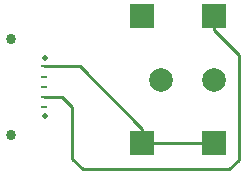
<source format=gbr>
G04 #@! TF.FileFunction,Copper,L1,Top,Signal*
%FSLAX46Y46*%
G04 Gerber Fmt 4.6, Leading zero omitted, Abs format (unit mm)*
G04 Created by KiCad (PCBNEW (2015-08-20 BZR 6109)-product) date Tue 23 Feb 2016 07:55:43 PM PST*
%MOMM*%
G01*
G04 APERTURE LIST*
%ADD10C,0.150000*%
%ADD11C,0.863600*%
%ADD12C,0.508000*%
%ADD13R,0.508000X0.254000*%
%ADD14C,1.998980*%
%ADD15R,1.998980X1.998980*%
%ADD16C,0.250000*%
G04 APERTURE END LIST*
D10*
D11*
X23400000Y-29564000D03*
X23400000Y-21436000D03*
D12*
X26270200Y-27963800D03*
D13*
X26200000Y-26360425D03*
X26219400Y-27220850D03*
X26219400Y-24641480D03*
X26219400Y-23779150D03*
X26219400Y-25500000D03*
D12*
X26270200Y-23036200D03*
D14*
X36099120Y-24900000D03*
D15*
X40600000Y-30310200D03*
X34498920Y-30310200D03*
X40600000Y-19484720D03*
X34498920Y-19484720D03*
D14*
X40600000Y-24900000D03*
D16*
X40600000Y-20734210D02*
X42700000Y-22834210D01*
X42700000Y-22834210D02*
X42700000Y-31700000D01*
X42700000Y-31700000D02*
X41900000Y-32500000D01*
X41900000Y-32500000D02*
X29500000Y-32500000D01*
X28600000Y-31600000D02*
X28600000Y-27200000D01*
X29500000Y-32500000D02*
X28600000Y-31600000D01*
X28600000Y-27200000D02*
X27760425Y-26360425D01*
X27760425Y-26360425D02*
X26200000Y-26360425D01*
X40600000Y-19484720D02*
X40600000Y-20734210D01*
X34498920Y-30310200D02*
X40600000Y-30310200D01*
X26219400Y-23779150D02*
X29217360Y-23779150D01*
X29217360Y-23779150D02*
X34498920Y-29060710D01*
X34498920Y-29060710D02*
X34498920Y-30310200D01*
M02*

</source>
